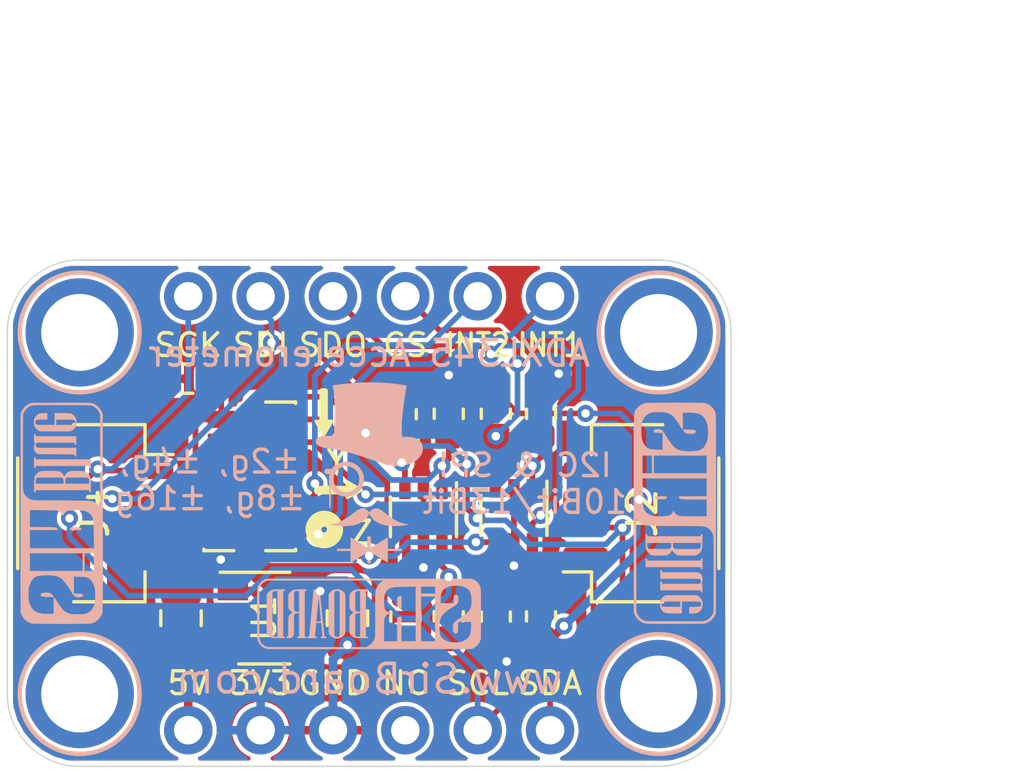
<source format=kicad_pcb>
(kicad_pcb (version 20171130) (host pcbnew "(5.1.2)-2")
  (title_block (title "ADXL345 Breakout with 5V Level Shift") (date 2020-01-21) (rev 2) (company SirBoard) (comment 1 "Digital 10bit/13 bit I2C/SPI Accelerometer") (comment 2 "Accelerometer: ±2g, ±4g, ±8g, ±16g") (comment 3 "ADXL345 - SirBlue"))
  (layers (0 F.Cu signal) (31 B.Cu signal) (34 B.Paste user hide) (35 F.Paste user hide) (36 B.SilkS user) (37 F.SilkS user) (38 B.Mask user hide) (39 F.Mask user hide) (44 Edge.Cuts user))
  (net 0 "")
  (net 1 GND)
  (net 2 5V)
  (net 3 3V3)
  (net 4 "Net-(U1-Pad4)")
  (net 5 INT1)
  (net 6 SCL_5V)
  (net 7 SDA_3V3)
  (net 8 SDA_5V)
  (net 9 SCL_3V3)
  (net 10 CS_5V)
  (net 11 CS_3V3)
  (net 12 NC)
  (net 13 SDO_5V)
  (net 14 SDO_3V3)
  (net 15 INT2)
  (net 16 "Net-(U2-Pad10)")
  (module Capacitor_SMD:C_0603_1608Metric (layer F.Cu) (at 58.928 31.242 180)
    (fp_text reference C2 hide)
    (fp_text value 100nF)
    (pad 2 smd roundrect (at 0.7875 0 180) (size 0.875 0.95) (layers F.Cu F.Paste F.Mask) (net 1 GND))
    (pad 1 smd roundrect (at -0.7875 0 180) (size 0.875 0.95) (layers F.Cu F.Paste F.Mask) (net 3 3V3))
  )
  (module Package_LGA:LGA-14_3x5mm_P0.8mm_LayoutBorder1x6y (layer F.Cu) (at 61.087 34.671)
    (fp_text reference U2 hide)
    (fp_text value ADXL345)
    (pad 14 smd rect (at 0 -2) (size 0.6 0.95) (layers F.Cu F.Paste F.Mask) (net 9 SCL_3V3))
    (pad 13 smd rect (at 1 -2) (size 0.95 0.6) (layers F.Cu F.Paste F.Mask) (net 7 SDA_3V3))
    (pad 12 smd rect (at 1 -1.2) (size 0.95 0.6) (layers F.Cu F.Paste F.Mask) (net 14 SDO_3V3))
    (pad 11 smd rect (at 1 -0.4) (size 0.95 0.6) (layers F.Cu F.Paste F.Mask) (net 1 GND))
    (pad 10 smd rect (at 1 0.4) (size 0.95 0.6) (layers F.Cu F.Paste F.Mask) (net 16 "Net-(U2-Pad10)"))
    (pad 9 smd rect (at 1 1.2) (size 0.95 0.6) (layers F.Cu F.Paste F.Mask) (net 15 INT2))
    (pad 8 smd rect (at 1 2) (size 0.95 0.6) (layers F.Cu F.Paste F.Mask) (net 5 INT1))
    (pad 7 smd rect (at 0 2) (size 0.6 0.95) (layers F.Cu F.Paste F.Mask) (net 11 CS_3V3))
    (pad 6 smd rect (at -1 2) (size 0.95 0.6) (layers F.Cu F.Paste F.Mask) (net 3 3V3))
    (pad 5 smd rect (at -1 1.2) (size 0.95 0.6) (layers F.Cu F.Paste F.Mask) (net 1 GND))
    (pad 4 smd rect (at -1 0.4) (size 0.95 0.6) (layers F.Cu F.Paste F.Mask) (net 1 GND))
    (pad 3 smd rect (at -1 -0.4) (size 0.95 0.6) (layers F.Cu F.Paste F.Mask) (net 3 3V3))
    (pad 2 smd rect (at -1 -1.2) (size 0.95 0.6) (layers F.Cu F.Paste F.Mask) (net 1 GND))
    (pad 1 smd rect (at -1 -2) (size 0.95 0.6) (layers F.Cu F.Paste F.Mask) (net 3 3V3))
  )
  (module logo:SirBoard79x25 (layer B.Cu) (at 65.278 39.497 180)
    (fp_text reference G*** hide)
    (fp_text value LOGO hide)
  )
  (module logo:logo63x89 (layer B.Cu) (at 65.278 34.544 180)
    (fp_text reference G*** hide)
    (fp_text value LOGO hide)
  )
  (module logo:SirBlue78x29 (layer B.Cu) (at 76.0095 35.9664 270)
    (fp_text reference G*** hide)
    (fp_text value LOGO hide)
  )
  (module logo:SirBlue78x29 (layer B.Cu) (at 54.483 35.9664 90)
    (fp_text reference G*** hide)
    (fp_text value LOGO hide)
  )
  (module Connector_PinHeader_2.54mm:PinHeader_1x06_P2.54mm_Vertical (layer B.Cu) (at 58.928 28.3464 270)
    (fp_text reference J3 hide)
    (fp_text value Conn_01x06)
    (pad 1 thru_hole circle (at 0 0 270) (size 1.7 1.7) (drill 1) (layers *.Cu *.Mask) (net 6 SCL_5V))
    (pad 2 thru_hole oval (at 0 -2.54 270) (size 1.7 1.7) (drill 1) (layers *.Cu *.Mask) (net 8 SDA_5V))
    (pad 3 thru_hole oval (at 0 -5.08 270) (size 1.7 1.7) (drill 1) (layers *.Cu *.Mask) (net 13 SDO_5V))
    (pad 4 thru_hole oval (at 0 -7.62 270) (size 1.7 1.7) (drill 1) (layers *.Cu *.Mask) (net 10 CS_5V))
    (pad 5 thru_hole oval (at 0 -10.16 270) (size 1.7 1.7) (drill 1) (layers *.Cu *.Mask) (net 15 INT2))
    (pad 6 thru_hole oval (at 0 -12.7 270) (size 1.7 1.7) (drill 1) (layers *.Cu *.Mask) (net 5 INT1))
  )
  (module Connector_PinHeader_2.54mm:PinHeader_1x06_P2.54mm_Vertical (layer B.Cu) (at 58.928 43.5864 270)
    (fp_text reference J1 hide)
    (fp_text value Conn_01x06)
    (pad 6 thru_hole oval (at 0 -12.7 270) (size 1.7 1.7) (drill 1) (layers *.Cu *.Mask) (net 8 SDA_5V))
    (pad 5 thru_hole oval (at 0 -10.16 270) (size 1.7 1.7) (drill 1) (layers *.Cu *.Mask) (net 6 SCL_5V))
    (pad 4 thru_hole oval (at 0 -7.62 270) (size 1.7 1.7) (drill 1) (layers *.Cu *.Mask) (net 12 NC))
    (pad 3 thru_hole oval (at 0 -5.08 270) (size 1.7 1.7) (drill 1) (layers *.Cu *.Mask) (net 1 GND))
    (pad 2 thru_hole oval (at 0 -2.54 270) (size 1.7 1.7) (drill 1) (layers *.Cu *.Mask) (net 3 3V3))
    (pad 1 thru_hole circle (at 0 0 270) (size 1.7 1.7) (drill 1) (layers *.Cu *.Mask) (net 2 5V))
  )
  (module Package_TO_SOT_SMD:SOT-23-5 (layer F.Cu) (at 61.595 39.6494)
    (fp_text reference U1 (at 0 0 90) (layer F.SilkS) (effects (font (size 0.8 0.8) (thickness 0.12))))
    (fp_text value AP2127K-3.3)
    (pad 5 smd rect (at 1.1 -0.95) (size 1.06 0.65) (layers F.Cu F.Paste F.Mask) (net 3 3V3))
    (pad 4 smd rect (at 1.1 0.95) (size 1.06 0.65) (layers F.Cu F.Paste F.Mask) (net 4 "Net-(U1-Pad4)"))
    (pad 3 smd rect (at -1.1 0.95) (size 1.06 0.65) (layers F.Cu F.Paste F.Mask) (net 2 5V))
    (pad 2 smd rect (at -1.1 0) (size 1.06 0.65) (layers F.Cu F.Paste F.Mask) (net 1 GND))
    (pad 1 smd rect (at -1.1 -0.95) (size 1.06 0.65) (layers F.Cu F.Paste F.Mask) (net 2 5V))
  )
  (module Connector_JST:JST_SH_SM04B-SRSS-TB_1x04-1MP_P1.00mm_Horizontal (layer F.Cu) (at 55.626 35.9664 270)
    (fp_text reference J4 (at 0 0 270) (layer F.SilkS))
    (fp_text value Conn_01x04)
    (pad 1 smd roundrect (at -1.5 -2 270) (size 0.6 1.55) (layers F.Cu F.Paste F.Mask) (net 6 SCL_5V))
    (pad 2 smd roundrect (at -0.5 -2 270) (size 0.6 1.55) (layers F.Cu F.Paste F.Mask) (net 8 SDA_5V))
    (pad 3 smd roundrect (at 0.5 -2 270) (size 0.6 1.55) (layers F.Cu F.Paste F.Mask) (net 2 5V))
    (pad 4 smd roundrect (at 1.5 -2 270) (size 0.6 1.55) (layers F.Cu F.Paste F.Mask) (net 1 GND))
    (pad MP smd roundrect (at -2.8 1.875 270) (size 1.2 1.8) (layers F.Cu F.Paste F.Mask) (roundrect_rratio 0.208333))
    (pad MP smd roundrect (at 2.8 1.875 270) (size 1.2 1.8) (layers F.Cu F.Paste F.Mask) (roundrect_rratio 0.208333))
  )
  (module Connector_JST:JST_SH_SM04B-SRSS-TB_1x04-1MP_P1.00mm_Horizontal (layer F.Cu) (at 74.8665 35.9664 90)
    (fp_text reference J2 (at 0 0 90) (layer F.SilkS))
    (fp_text value Conn_01x04)
    (pad 1 smd roundrect (at -1.5 -2 90) (size 0.6 1.55) (layers F.Cu F.Paste F.Mask) (net 6 SCL_5V))
    (pad 2 smd roundrect (at -0.5 -2 90) (size 0.6 1.55) (layers F.Cu F.Paste F.Mask) (net 8 SDA_5V))
    (pad 3 smd roundrect (at 0.5 -2 90) (size 0.6 1.55) (layers F.Cu F.Paste F.Mask) (net 2 5V))
    (pad 4 smd roundrect (at 1.5 -2 90) (size 0.6 1.55) (layers F.Cu F.Paste F.Mask) (net 1 GND))
    (pad MP smd roundrect (at -2.8 1.875 90) (size 1.2 1.8) (layers F.Cu F.Paste F.Mask) (roundrect_rratio 0.208333))
    (pad MP smd roundrect (at 2.8 1.875 90) (size 1.2 1.8) (layers F.Cu F.Paste F.Mask) (roundrect_rratio 0.208333))
  )
  (module Capacitor_SMD:C_0805_2012Metric (layer F.Cu) (at 64.516 39.6494 270)
    (fp_text reference C4 hide)
    (fp_text value 10uF)
    (pad 2 smd roundrect (at 0.9375 0 270) (size 0.975 1.4) (layers F.Cu F.Paste F.Mask) (net 1 GND))
    (pad 1 smd roundrect (at -0.9375 0 270) (size 0.975 1.4) (layers F.Cu F.Paste F.Mask) (net 3 3V3))
  )
  (module Capacitor_SMD:C_0805_2012Metric (layer F.Cu) (at 58.674 39.6494 90)
    (fp_text reference C1 hide)
    (fp_text value 10uF)
    (pad 2 smd roundrect (at 0.9375 0 90) (size 0.975 1.4) (layers F.Cu F.Paste F.Mask) (net 1 GND))
    (pad 1 smd roundrect (at -0.9375 0 90) (size 0.975 1.4) (layers F.Cu F.Paste F.Mask) (net 2 5V))
  )
  (module SirBoardLibrary:MountingHole_M2.5_SirBoard (layer F.Cu) (at 55.118 42.3164 270)
    (fp_text reference H1 hide)
    (fp_text value MountingHole)
    (pad 1 thru_hole circle (at 0 0 270) (size 3.8 3.8) (drill 2.7) (layers *.Cu *.Mask))
  )
  (module SirBoardLibrary:MountingHole_M2.5_SirBoard (layer F.Cu) (at 55.118 29.6164 270)
    (fp_text reference H2 hide)
    (fp_text value MountingHole)
    (pad 1 thru_hole circle (at 0 0 270) (size 3.8 3.8) (drill 2.7) (layers *.Cu *.Mask))
  )
  (module SirBoardLibrary:MountingHole_M2.5_SirBoard (layer F.Cu) (at 75.438 42.3164 90)
    (fp_text reference H3 hide)
    (fp_text value MountingHole)
    (pad 1 thru_hole circle (at 0 0 90) (size 3.8 3.8) (drill 2.7) (layers *.Cu *.Mask))
  )
  (module SirBoardLibrary:MountingHole_M2.5_SirBoard (layer F.Cu) (at 75.438 29.6164 90)
    (fp_text reference H4 hide)
    (fp_text value MountingHole)
    (pad 1 thru_hole circle (at 0 0 90) (size 3.8 3.8) (drill 2.7) (layers *.Cu *.Mask))
  )
  (module Resistor_SMD:R_0603_1608Metric (layer F.Cu) (at 66.421 32.4866 270)
    (fp_text reference R8 hide)
    (fp_text value 10K)
    (pad 2 smd roundrect (at 0.7875 0 270) (size 0.875 0.95) (layers F.Cu F.Paste F.Mask) (net 8 SDA_5V))
    (pad 1 smd roundrect (at -0.7875 0 270) (size 0.875 0.95) (layers F.Cu F.Paste F.Mask) (net 2 5V))
  )
  (module Resistor_SMD:R_0603_1608Metric (layer F.Cu) (at 66.548 39.5986 270)
    (fp_text reference R7 hide)
    (fp_text value 10K)
    (pad 2 smd roundrect (at 0.7875 0 270) (size 0.875 0.95) (layers F.Cu F.Paste F.Mask) (net 3 3V3))
    (pad 1 smd roundrect (at -0.7875 0 270) (size 0.875 0.95) (layers F.Cu F.Paste F.Mask) (net 7 SDA_3V3))
  )
  (module Resistor_SMD:R_0603_1608Metric (layer F.Cu) (at 68.072 39.5859 90)
    (fp_text reference R6 hide)
    (fp_text value 10K)
    (pad 2 smd roundrect (at 0.7875 0 90) (size 0.875 0.95) (layers F.Cu F.Paste F.Mask) (net 6 SCL_5V))
    (pad 1 smd roundrect (at -0.7875 0 90) (size 0.875 0.95) (layers F.Cu F.Paste F.Mask) (net 2 5V))
  )
  (module Resistor_SMD:R_0603_1608Metric (layer F.Cu) (at 68.072 32.4739 90)
    (fp_text reference R5 hide)
    (fp_text value 10K)
    (pad 2 smd roundrect (at 0.7875 0 90) (size 0.875 0.95) (layers F.Cu F.Paste F.Mask) (net 3 3V3))
    (pad 1 smd roundrect (at -0.7875 0 90) (size 0.875 0.95) (layers F.Cu F.Paste F.Mask) (net 9 SCL_3V3))
  )
  (module Resistor_SMD:R_0603_1608Metric (layer F.Cu) (at 69.723 32.4739 270)
    (fp_text reference R4 hide)
    (fp_text value 10K)
    (pad 2 smd roundrect (at 0.7875 0 270) (size 0.875 0.95) (layers F.Cu F.Paste F.Mask) (net 10 CS_5V))
    (pad 1 smd roundrect (at -0.7875 0 270) (size 0.875 0.95) (layers F.Cu F.Paste F.Mask) (net 2 5V))
  )
  (module Resistor_SMD:R_0603_1608Metric (layer F.Cu) (at 69.723 39.5986 270)
    (fp_text reference R3 hide)
    (fp_text value 10K)
    (pad 2 smd roundrect (at 0.7875 0 270) (size 0.875 0.95) (layers F.Cu F.Paste F.Mask) (net 3 3V3))
    (pad 1 smd roundrect (at -0.7875 0 270) (size 0.875 0.95) (layers F.Cu F.Paste F.Mask) (net 11 CS_3V3))
  )
  (module Resistor_SMD:R_0603_1608Metric (layer F.Cu) (at 71.3105 39.5859 90)
    (fp_text reference R2 hide)
    (fp_text value 10K)
    (pad 2 smd roundrect (at 0.7875 0 90) (size 0.875 0.95) (layers F.Cu F.Paste F.Mask) (net 13 SDO_5V))
    (pad 1 smd roundrect (at -0.7875 0 90) (size 0.875 0.95) (layers F.Cu F.Paste F.Mask) (net 2 5V))
  )
  (module Resistor_SMD:R_0603_1608Metric (layer F.Cu) (at 71.3105 32.4739 90)
    (fp_text reference R1 hide)
    (fp_text value 10K)
    (pad 2 smd roundrect (at 0.7875 0 90) (size 0.875 0.95) (layers F.Cu F.Paste F.Mask) (net 3 3V3))
    (pad 1 smd roundrect (at -0.7875 0 90) (size 0.875 0.95) (layers F.Cu F.Paste F.Mask) (net 14 SDO_3V3))
  )
  (module Package_TO_SOT_SMD:SOT-363_SC-70-6 (layer F.Cu) (at 67.183 36.0934 270)
    (fp_text reference Q2 hide)
    (fp_text value BSS138DW)
    (pad 6 smd rect (at 0.95 -0.65 270) (size 0.65 0.4) (layers F.Cu F.Paste F.Mask) (net 6 SCL_5V))
    (pad 4 smd rect (at 0.95 0.65 270) (size 0.65 0.4) (layers F.Cu F.Paste F.Mask) (net 7 SDA_3V3))
    (pad 2 smd rect (at -0.95 0 270) (size 0.65 0.4) (layers F.Cu F.Paste F.Mask) (net 3 3V3))
    (pad 5 smd rect (at 0.95 0 270) (size 0.65 0.4) (layers F.Cu F.Paste F.Mask) (net 3 3V3))
    (pad 3 smd rect (at -0.95 0.65 270) (size 0.65 0.4) (layers F.Cu F.Paste F.Mask) (net 8 SDA_5V))
    (pad 1 smd rect (at -0.95 -0.65 270) (size 0.65 0.4) (layers F.Cu F.Paste F.Mask) (net 9 SCL_3V3))
  )
  (module Package_TO_SOT_SMD:SOT-363_SC-70-6 (layer F.Cu) (at 70.358 36.0426 270)
    (fp_text reference Q1 hide)
    (fp_text value BSS138DW)
    (pad 6 smd rect (at 0.95 -0.65 270) (size 0.65 0.4) (layers F.Cu F.Paste F.Mask) (net 13 SDO_5V))
    (pad 4 smd rect (at 0.95 0.65 270) (size 0.65 0.4) (layers F.Cu F.Paste F.Mask) (net 11 CS_3V3))
    (pad 2 smd rect (at -0.95 0 270) (size 0.65 0.4) (layers F.Cu F.Paste F.Mask) (net 3 3V3))
    (pad 5 smd rect (at 0.95 0 270) (size 0.65 0.4) (layers F.Cu F.Paste F.Mask) (net 3 3V3))
    (pad 3 smd rect (at -0.95 0.65 270) (size 0.65 0.4) (layers F.Cu F.Paste F.Mask) (net 10 CS_5V))
    (pad 1 smd rect (at -0.95 -0.65 270) (size 0.65 0.4) (layers F.Cu F.Paste F.Mask) (net 14 SDO_3V3))
  )
  (gr_line (start 64.9986 35.1536) (end 64.516 35.4076) (layer F.SilkS) (width 0.12))
  (gr_line (start 64.9986 35.1536) (end 64.516 34.8742) (layer F.SilkS) (width 0.12))
  (gr_line (start 63.4492 35.2044) (end 64.8208 35.2044) (layer F.SilkS) (width 0.2))
  (gr_line (start 63.4492 35.1028) (end 64.8208 35.1028) (layer F.SilkS) (width 0.2))
  (gr_line (start 63.4492 35.1536) (end 64.8208 35.1536) (layer F.SilkS) (width 0.2))
  (gr_line (start 64.516 34.8742) (end 64.516 35.4076) (layer F.SilkS) (width 0.12))
  (gr_line (start 64.5922 34.9504) (end 64.5922 35.3314) (layer F.SilkS) (width 0.12))
  (gr_line (start 63.881 32.8168) (end 63.5 32.8168) (layer F.SilkS) (width 0.12))
  (gr_line (start 63.9572 32.7406) (end 63.4238 32.7406) (layer F.SilkS) (width 0.12))
  (gr_line (start 63.6778 31.6738) (end 63.6778 33.0454) (layer F.SilkS) (width 0.2))
  (gr_line (start 63.7286 31.6738) (end 63.7286 33.0454) (layer F.SilkS) (width 0.2))
  (gr_line (start 63.627 31.6738) (end 63.627 33.0454) (layer F.SilkS) (width 0.2))
  (gr_line (start 63.6778 33.2232) (end 63.9572 32.7406) (layer F.SilkS) (width 0.12))
  (gr_line (start 63.6778 33.2232) (end 63.4238 32.7406) (layer F.SilkS) (width 0.12))
  (gr_circle (center 63.7032 36.5379) (end 64.262 36.5379) (layer F.SilkS) (width 0.2))
  (gr_circle (center 63.7032 36.5379) (end 63.8032 36.5379) (layer F.SilkS) (width 0.4))
  (gr_text X (at 64.77 32.385) (layer F.SilkS) (effects (font (size 0.8 0.8) (thickness 0.13))))
  (gr_text Z (at 65.0113 36.576 180) (layer F.SilkS) (effects (font (size 0.8 0.8) (thickness 0.13))))
  (gr_text Y (at 64.135 34.163) (layer F.SilkS) (effects (font (size 0.8 0.8) (thickness 0.13))))
  (gr_text "±2g, ±4g,\n±8g, ±16g" (at 59.69 34.798) (layer B.SilkS) (effects (font (size 0.8 0.8) (thickness 0.12)) (justify mirror)))
  (gr_text "ADXL345 Accelerometer" (at 65.278 30.353) (layer B.SilkS) (effects (font (size 0.9 0.87) (thickness 0.13)) (justify mirror)))
  (gr_text "I2C & SPI\n10Bit/13Bit" (at 70.739 34.925) (layer B.SilkS) (effects (font (size 0.8 0.8) (thickness 0.12)) (justify mirror)))
  (gr_text INT1 (at 71.628 30.0609) (layer F.SilkS) (effects (font (size 0.8 0.7) (thickness 0.12))))
  (gr_text INT2 (at 69.088 30.0609) (layer F.SilkS) (effects (font (size 0.8 0.7) (thickness 0.12))))
  (gr_text SCK (at 58.928 30.0609) (layer F.SilkS) (effects (font (size 0.8 0.8) (thickness 0.12))))
  (gr_text SDI (at 61.468 30.0609) (layer F.SilkS) (effects (font (size 0.8 0.8) (thickness 0.12))))
  (gr_text SDO (at 64.008 30.0609) (layer F.SilkS) (effects (font (size 0.8 0.8) (thickness 0.12))))
  (gr_text CS (at 66.548 30.0609) (layer F.SilkS) (effects (font (size 0.8 0.8) (thickness 0.12))))
  (gr_text 5V (at 58.928 41.9354) (layer F.SilkS) (effects (font (size 0.8 0.8) (thickness 0.12))))
  (gr_text 3V3 (at 61.468 41.9354) (layer F.SilkS) (effects (font (size 0.8 0.8) (thickness 0.12))))
  (gr_text GND (at 64.008 41.9354) (layer F.SilkS) (effects (font (size 0.8 0.8) (thickness 0.12))))
  (gr_text NC (at 66.548 41.9354) (layer F.SilkS) (effects (font (size 0.8 0.8) (thickness 0.12))))
  (gr_text SCL (at 69.088 41.9354) (layer F.SilkS) (effects (font (size 0.8 0.8) (thickness 0.12))))
  (gr_text SDA (at 71.628 41.9354) (layer F.SilkS) (effects (font (size 0.8 0.8) (thickness 0.12))))
  (gr_arc (start 55.118 29.6164) (end 55.118 27.0764) (angle -90) (layer Edge.Cuts) (width 0.05))
  (gr_arc (start 75.438 29.6164) (end 77.978 29.6164) (angle -90) (layer Edge.Cuts) (width 0.05))
  (gr_arc (start 75.438 42.3164) (end 75.438 44.8564) (angle -90) (layer Edge.Cuts) (width 0.05))
  (gr_arc (start 55.118 42.3164) (end 52.578 42.3164) (angle -90) (layer Edge.Cuts) (width 0.05))
  (gr_line (start 52.578 42.3164) (end 52.578 29.6164) (layer Edge.Cuts) (width 0.05))
  (gr_line (start 55.118 27.0764) (end 75.438 27.0764) (layer Edge.Cuts) (width 0.05))
  (gr_line (start 77.978 29.6164) (end 77.978 42.3164) (layer Edge.Cuts) (width 0.05))
  (gr_line (start 75.438 44.8564) (end 55.118 44.8564) (layer Edge.Cuts) (width 0.05))
  (gr_text www.SirBoard.com (at 65.278 41.783) (layer B.SilkS) (effects (font (size 1 1) (thickness 0.13)) (justify mirror)))
  (via (at 64.516 40.5892) (size 0.6) (drill 0.3) (layers F.Cu B.Cu) (net 1))
  (segment (start 64.008 41.0972) (end 64.516 40.5892) (width 0.3) (layer B.Cu) (net 1))
  (segment (start 64.008 43.5864) (end 64.008 41.0972) (width 0.3) (layer B.Cu) (net 1))
  (segment (start 60.087 35.071) (end 60.087 35.871) (width 0.2) (layer F.Cu) (net 1))
  (segment (start 60.762 35.071) (end 60.087 35.071) (width 0.2) (layer F.Cu) (net 1))
  (segment (start 61.087 34.746) (end 60.762 35.071) (width 0.2) (layer F.Cu) (net 1))
  (segment (start 60.087 33.471) (end 60.762 33.471) (width 0.2) (layer F.Cu) (net 1))
  (segment (start 60.762 33.471) (end 61.087 33.796) (width 0.2) (layer F.Cu) (net 1))
  (segment (start 61.106 34.271) (end 61.087 34.29) (width 0.2) (layer F.Cu) (net 1))
  (segment (start 62.087 34.271) (end 61.106 34.271) (width 0.2) (layer F.Cu) (net 1))
  (segment (start 61.087 33.796) (end 61.087 34.29) (width 0.2) (layer F.Cu) (net 1))
  (segment (start 61.087 34.29) (end 61.087 34.746) (width 0.2) (layer F.Cu) (net 1))
  (segment (start 58.674 40.5869) (end 58.674 41.7449) (width 0.3) (layer F.Cu) (net 2))
  (segment (start 58.928 41.9989) (end 58.928 43.5864) (width 0.3) (layer F.Cu) (net 2))
  (segment (start 58.674 41.7449) (end 58.928 41.9989) (width 0.3) (layer F.Cu) (net 2))
  (segment (start 58.6865 40.5994) (end 58.674 40.5869) (width 0.3) (layer F.Cu) (net 2))
  (segment (start 60.495 40.5994) (end 58.6865 40.5994) (width 0.3) (layer F.Cu) (net 2))
  (segment (start 61.2165 40.5994) (end 60.495 40.5994) (width 0.3) (layer F.Cu) (net 2))
  (segment (start 61.468 40.3479) (end 61.2165 40.5994) (width 0.3) (layer F.Cu) (net 2))
  (segment (start 61.468 38.9509) (end 61.468 40.3479) (width 0.3) (layer F.Cu) (net 2))
  (segment (start 60.495 38.6994) (end 61.2165 38.6994) (width 0.3) (layer F.Cu) (net 2))
  (segment (start 61.2165 38.6994) (end 61.468 38.9509) (width 0.3) (layer F.Cu) (net 2))
  (segment (start 70.848888 39.911788) (end 71.3105 40.3734) (width 0.2) (layer F.Cu) (net 2))
  (segment (start 70.523 39.5859) (end 70.848888 39.911788) (width 0.2) (layer F.Cu) (net 2))
  (segment (start 68.072 40.3734) (end 68.8595 39.5859) (width 0.2) (layer F.Cu) (net 2))
  (segment (start 68.8595 39.5859) (end 70.523 39.5859) (width 0.2) (layer F.Cu) (net 2))
  (segment (start 69.261388 32.148012) (end 69.723 31.6864) (width 0.2) (layer F.Cu) (net 2))
  (segment (start 68.9355 32.4739) (end 69.261388 32.148012) (width 0.2) (layer F.Cu) (net 2))
  (segment (start 66.421 31.6991) (end 67.1958 32.4739) (width 0.2) (layer F.Cu) (net 2))
  (segment (start 67.1958 32.4739) (end 68.9355 32.4739) (width 0.2) (layer F.Cu) (net 2))
  (segment (start 68.072 40.3734) (end 66.637 41.8084) (width 0.3) (layer F.Cu) (net 2))
  (segment (start 66.637 41.8084) (end 60.96 41.8084) (width 0.3) (layer F.Cu) (net 2))
  (segment (start 60.495 41.3434) (end 60.495 40.5994) (width 0.3) (layer F.Cu) (net 2))
  (segment (start 60.96 41.8084) (end 60.495 41.3434) (width 0.3) (layer F.Cu) (net 2))
  (via (at 72.1106 39.9288) (size 0.6) (drill 0.3) (layers F.Cu B.Cu) (net 2))
  (segment (start 71.3105 40.3734) (end 71.666 40.3734) (width 0.3) (layer F.Cu) (net 2))
  (segment (start 71.666 40.3734) (end 72.1106 39.9288) (width 0.3) (layer F.Cu) (net 2))
  (segment (start 72.1106 39.9288) (end 75.1078 36.9316) (width 0.3) (layer B.Cu) (net 2))
  (via (at 74.7522 35.4838) (size 0.6) (drill 0.3) (layers F.Cu B.Cu) (net 2))
  (segment (start 75.1078 36.9316) (end 75.1078 35.8394) (width 0.3) (layer B.Cu) (net 2))
  (segment (start 75.1078 35.8394) (end 74.7522 35.4838) (width 0.3) (layer B.Cu) (net 2))
  (segment (start 72.8839 35.4838) (end 72.8665 35.4664) (width 0.3) (layer F.Cu) (net 2))
  (segment (start 74.7522 35.4838) (end 72.8839 35.4838) (width 0.3) (layer F.Cu) (net 2))
  (segment (start 70.4978 32.4612) (end 72.8726 32.4612) (width 0.2) (layer F.Cu) (net 2))
  (segment (start 69.723 31.6864) (end 70.4978 32.4612) (width 0.2) (layer F.Cu) (net 2))
  (via (at 72.8726 32.4612) (size 0.6) (drill 0.3) (layers F.Cu B.Cu) (net 2))
  (segment (start 74.7522 33.1216) (end 74.7522 35.4838) (width 0.2) (layer B.Cu) (net 2))
  (segment (start 72.8726 32.4612) (end 74.0918 32.4612) (width 0.2) (layer B.Cu) (net 2))
  (segment (start 74.0918 32.4612) (end 74.7522 33.1216) (width 0.2) (layer B.Cu) (net 2))
  (segment (start 57.5541 40.5869) (end 58.674 40.5869) (width 0.3) (layer F.Cu) (net 2))
  (segment (start 55.7784 38.8112) (end 57.5541 40.5869) (width 0.3) (layer F.Cu) (net 2))
  (segment (start 55.7784 37.0586) (end 55.7784 38.8112) (width 0.3) (layer F.Cu) (net 2))
  (segment (start 57.626 36.4664) (end 56.3706 36.4664) (width 0.3) (layer F.Cu) (net 2))
  (segment (start 56.3706 36.4664) (end 55.7784 37.0586) (width 0.3) (layer F.Cu) (net 2))
  (segment (start 64.5035 38.6994) (end 64.516 38.7119) (width 0.3) (layer F.Cu) (net 3))
  (segment (start 62.695 38.6994) (end 63.561 38.6994) (width 0.3) (layer F.Cu) (net 3))
  (segment (start 63.561 38.6994) (end 64.5035 38.6994) (width 0.3) (layer F.Cu) (net 3))
  (via (at 63.561 38.6994) (size 0.6) (drill 0.3) (layers F.Cu B.Cu) (net 3))
  (segment (start 66.1902 40.3861) (end 66.548 40.3861) (width 0.2) (layer F.Cu) (net 3))
  (segment (start 64.516 38.7119) (end 66.1902 40.3861) (width 0.2) (layer F.Cu) (net 3))
  (segment (start 67.183 37.0434) (end 67.183 35.1434) (width 0.2) (layer F.Cu) (net 3))
  (segment (start 70.358 35.0926) (end 70.358 36.9926) (width 0.2) (layer F.Cu) (net 3))
  (via (at 67.183 37.8714) (size 0.6) (drill 0.3) (layers F.Cu B.Cu) (net 3))
  (segment (start 67.183 37.0434) (end 67.183 37.8714) (width 0.2) (layer F.Cu) (net 3))
  (via (at 70.358 37.8079) (size 0.6) (drill 0.3) (layers F.Cu B.Cu) (net 3))
  (segment (start 70.358 36.9926) (end 70.358 37.8079) (width 0.2) (layer F.Cu) (net 3))
  (via (at 70.104 41.1734) (size 0.6) (drill 0.3) (layers F.Cu B.Cu) (net 3))
  (segment (start 69.723 40.3861) (end 69.723 40.7924) (width 0.2) (layer F.Cu) (net 3))
  (segment (start 69.723 40.7924) (end 70.104 41.1734) (width 0.2) (layer F.Cu) (net 3))
  (via (at 71.9328 31.0642) (size 0.6) (drill 0.3) (layers F.Cu B.Cu) (net 3))
  (segment (start 71.3105 31.6864) (end 71.3106 31.6864) (width 0.3) (layer F.Cu) (net 3))
  (segment (start 71.3106 31.6864) (end 71.9328 31.0642) (width 0.3) (layer F.Cu) (net 3))
  (segment (start 60.087 31.6135) (end 59.7155 31.242) (width 0.2) (layer F.Cu) (net 3))
  (segment (start 60.087 32.671) (end 60.087 31.6135) (width 0.2) (layer F.Cu) (net 3))
  (segment (start 59.182 34.041) (end 59.412 34.271) (width 0.2) (layer F.Cu) (net 3))
  (segment (start 59.182 32.901) (end 59.182 34.041) (width 0.2) (layer F.Cu) (net 3))
  (segment (start 60.087 32.671) (end 59.412 32.671) (width 0.2) (layer F.Cu) (net 3))
  (segment (start 59.412 32.671) (end 59.182 32.901) (width 0.2) (layer F.Cu) (net 3))
  (segment (start 59.412 34.271) (end 60.087 34.271) (width 0.2) (layer F.Cu) (net 3))
  (segment (start 59.182 34.501) (end 59.412 34.271) (width 0.2) (layer F.Cu) (net 3))
  (segment (start 59.182 36.441) (end 59.182 34.501) (width 0.2) (layer F.Cu) (net 3))
  (segment (start 60.087 36.671) (end 59.412 36.671) (width 0.2) (layer F.Cu) (net 3))
  (segment (start 59.412 36.671) (end 59.182 36.441) (width 0.2) (layer F.Cu) (net 3))
  (via (at 60.071 37.592) (size 0.6) (drill 0.3) (layers F.Cu B.Cu) (net 3))
  (segment (start 60.087 36.671) (end 60.087 37.576) (width 0.2) (layer F.Cu) (net 3))
  (segment (start 60.087 37.576) (end 60.071 37.592) (width 0.2) (layer F.Cu) (net 3))
  (segment (start 68.072 31.115004) (end 68.071996 31.115) (width 0.3) (layer F.Cu) (net 3))
  (segment (start 68.072 31.6864) (end 68.072 31.115004) (width 0.3) (layer F.Cu) (net 3))
  (via (at 68.071996 31.115) (size 0.6) (drill 0.3) (layers F.Cu B.Cu) (net 3))
  (via (at 63.5 36.703) (size 0.6) (drill 0.3) (layers F.Cu B.Cu) (net 5))
  (segment (start 62.119 36.703) (end 62.087 36.671) (width 0.2) (layer F.Cu) (net 5))
  (segment (start 63.5 36.703) (end 62.119 36.703) (width 0.2) (layer F.Cu) (net 5))
  (segment (start 67.419038 30.734) (end 65.532 30.734) (width 0.2) (layer B.Cu) (net 5))
  (segment (start 65.532 30.734) (end 64.262 32.004) (width 0.2) (layer B.Cu) (net 5))
  (segment (start 63.799999 36.403001) (end 63.5 36.703) (width 0.2) (layer B.Cu) (net 5))
  (segment (start 71.628 28.3464) (end 70.2564 29.718) (width 0.2) (layer B.Cu) (net 5))
  (segment (start 68.435038 29.718) (end 67.419038 30.734) (width 0.2) (layer B.Cu) (net 5))
  (segment (start 70.2564 29.718) (end 68.435038 29.718) (width 0.2) (layer B.Cu) (net 5))
  (segment (start 64.262 32.004) (end 64.262 35.941) (width 0.2) (layer B.Cu) (net 5))
  (segment (start 64.262 35.941) (end 63.799999 36.403001) (width 0.2) (layer B.Cu) (net 5))
  (segment (start 67.833 37.0434) (end 67.833 37.8229) (width 0.2) (layer F.Cu) (net 6))
  (segment (start 68.072 38.0619) (end 68.072 38.7984) (width 0.2) (layer F.Cu) (net 6))
  (segment (start 67.833 37.8229) (end 68.072 38.0619) (width 0.2) (layer F.Cu) (net 6))
  (via (at 68.072 38.2016) (size 0.6) (drill 0.3) (layers F.Cu B.Cu) (net 6))
  (segment (start 68.072 38.0619) (end 68.071994 38.061906) (width 0.2) (layer F.Cu) (net 6))
  (segment (start 70.9676 41.7068) (end 69.088 43.5864) (width 0.2) (layer F.Cu) (net 6))
  (segment (start 71.628 41.7068) (end 70.9676 41.7068) (width 0.2) (layer F.Cu) (net 6))
  (segment (start 73.152 40.1828) (end 71.628 41.7068) (width 0.2) (layer F.Cu) (net 6))
  (segment (start 72.8665 37.4664) (end 73.152 37.7519) (width 0.2) (layer F.Cu) (net 6))
  (segment (start 73.152 37.7519) (end 73.152 40.1828) (width 0.2) (layer F.Cu) (net 6))
  (via (at 54.7624 36.1442) (size 0.6) (drill 0.3) (layers F.Cu B.Cu) (net 6))
  (segment (start 54.7624 35.3822) (end 54.7624 36.1442) (width 0.2) (layer F.Cu) (net 6))
  (segment (start 57.626 34.4664) (end 55.6782 34.4664) (width 0.2) (layer F.Cu) (net 6))
  (segment (start 55.6782 34.4664) (end 54.7624 35.3822) (width 0.2) (layer F.Cu) (net 6))
  (segment (start 68.072 38.7984) (end 68.072 38.2016) (width 0.2) (layer B.Cu) (net 6))
  (segment (start 66.361641 39.657959) (end 67.212441 39.657959) (width 0.2) (layer B.Cu) (net 6))
  (segment (start 67.212441 39.657959) (end 68.072 38.7984) (width 0.2) (layer B.Cu) (net 6))
  (segment (start 67.216959 39.657959) (end 66.361641 39.657959) (width 0.2) (layer B.Cu) (net 6))
  (segment (start 69.088 43.5864) (end 69.088 41.529) (width 0.2) (layer B.Cu) (net 6))
  (segment (start 69.088 41.529) (end 67.216959 39.657959) (width 0.2) (layer B.Cu) (net 6))
  (via (at 55.753 34.417) (size 0.6) (drill 0.3) (layers F.Cu B.Cu) (net 6))
  (segment (start 56.261 34.417) (end 55.753 34.417) (width 0.2) (layer B.Cu) (net 6))
  (segment (start 58.928 28.3464) (end 58.928 31.75) (width 0.2) (layer B.Cu) (net 6))
  (segment (start 58.928 31.75) (end 56.261 34.417) (width 0.2) (layer B.Cu) (net 6))
  (segment (start 64.638581 37.9349) (end 66.361641 39.657959) (width 0.2) (layer B.Cu) (net 6))
  (segment (start 61.8871 37.9349) (end 64.638581 37.9349) (width 0.2) (layer B.Cu) (net 6))
  (segment (start 60.96 38.862) (end 61.8871 37.9349) (width 0.2) (layer B.Cu) (net 6))
  (segment (start 56.8198 38.862) (end 60.96 38.862) (width 0.2) (layer B.Cu) (net 6))
  (segment (start 54.7624 36.1442) (end 54.7624 36.8046) (width 0.2) (layer B.Cu) (net 6))
  (segment (start 54.7624 36.8046) (end 56.8198 38.862) (width 0.2) (layer B.Cu) (net 6))
  (segment (start 66.533 38.7961) (end 66.548 38.8111) (width 0.2) (layer F.Cu) (net 7))
  (segment (start 66.533 37.0434) (end 66.533 38.7961) (width 0.2) (layer F.Cu) (net 7))
  (segment (start 66.533 36.2689) (end 66.533 37.0434) (width 0.2) (layer F.Cu) (net 7))
  (segment (start 65.913 35.6489) (end 66.533 36.2689) (width 0.2) (layer F.Cu) (net 7))
  (segment (start 65.913 34.925) (end 65.913 35.6489) (width 0.2) (layer F.Cu) (net 7))
  (segment (start 62.087 32.671) (end 63.659 32.671) (width 0.2) (layer F.Cu) (net 7))
  (segment (start 63.659 32.671) (end 65.913 34.925) (width 0.2) (layer F.Cu) (net 7))
  (segment (start 66.421 33.2741) (end 66.421 34.1884) (width 0.2) (layer F.Cu) (net 8))
  (segment (start 66.533 34.3004) (end 66.533 35.1434) (width 0.2) (layer F.Cu) (net 8))
  (segment (start 66.421 34.1884) (end 66.533 34.3004) (width 0.2) (layer F.Cu) (net 8))
  (segment (start 66.421 34.1884) (end 66.421 34.1884) (width 0.2) (layer F.Cu) (net 8))
  (via (at 66.421 34.1884) (size 0.6) (drill 0.3) (layers F.Cu B.Cu) (net 8))
  (segment (start 66.421 34.1884) (end 67.0052 33.6042) (width 0.2) (layer B.Cu) (net 8))
  (via (at 68.707 34.2392) (size 0.6) (drill 0.3) (layers F.Cu B.Cu) (net 8))
  (segment (start 67.0052 33.6042) (end 68.072 33.6042) (width 0.2) (layer B.Cu) (net 8))
  (segment (start 68.072 33.6042) (end 68.707 34.2392) (width 0.2) (layer B.Cu) (net 8))
  (via (at 69.0626 36.1442) (size 0.6) (drill 0.3) (layers F.Cu B.Cu) (net 8))
  (via (at 74.168 36.4744) (size 0.6) (drill 0.3) (layers F.Cu B.Cu) (net 8))
  (segment (start 74.16 36.4664) (end 72.8665 36.4664) (width 0.2) (layer F.Cu) (net 8))
  (segment (start 74.168 36.4744) (end 74.16 36.4664) (width 0.2) (layer F.Cu) (net 8))
  (segment (start 73.5838 37.0586) (end 74.168 36.4744) (width 0.2) (layer B.Cu) (net 8))
  (segment (start 70.9168 37.0586) (end 73.5838 37.0586) (width 0.2) (layer B.Cu) (net 8))
  (segment (start 70.073799 36.215599) (end 70.9168 37.0586) (width 0.2) (layer B.Cu) (net 8))
  (segment (start 69.0626 36.1442) (end 69.133999 36.215599) (width 0.2) (layer B.Cu) (net 8))
  (segment (start 69.133999 36.215599) (end 70.073799 36.215599) (width 0.2) (layer B.Cu) (net 8))
  (segment (start 68.707 35.7886) (end 69.0626 36.1442) (width 0.2) (layer F.Cu) (net 8))
  (segment (start 68.707 34.2392) (end 68.707 35.7886) (width 0.2) (layer F.Cu) (net 8))
  (segment (start 74.168 39.637844) (end 74.168 36.4744) (width 0.2) (layer F.Cu) (net 8))
  (segment (start 71.628 43.5864) (end 71.628 42.177844) (width 0.2) (layer F.Cu) (net 8))
  (segment (start 71.628 42.177844) (end 74.168 39.637844) (width 0.2) (layer F.Cu) (net 8))
  (segment (start 57.626 35.4664) (end 56.269 35.4664) (width 0.2) (layer F.Cu) (net 8))
  (segment (start 56.269 35.4664) (end 56.261 35.4584) (width 0.2) (layer F.Cu) (net 8))
  (via (at 56.261 35.4584) (size 0.6) (drill 0.3) (layers F.Cu B.Cu) (net 8))
  (via (at 61.849 29.972) (size 0.6) (drill 0.3) (layers F.Cu B.Cu) (net 8))
  (segment (start 61.849 30.098996) (end 61.848996 30.099) (width 0.2) (layer B.Cu) (net 8))
  (segment (start 61.849 29.21) (end 61.849 30.098996) (width 0.2) (layer B.Cu) (net 8))
  (segment (start 61.468 28.3464) (end 61.468 28.829) (width 0.2) (layer B.Cu) (net 8))
  (segment (start 61.468 28.829) (end 61.849 29.21) (width 0.2) (layer B.Cu) (net 8))
  (segment (start 57.133532 35.4584) (end 56.261 35.4584) (width 0.2) (layer B.Cu) (net 8))
  (segment (start 61.849 30.742932) (end 57.133532 35.4584) (width 0.2) (layer B.Cu) (net 8))
  (segment (start 61.848996 30.099) (end 61.849 30.099004) (width 0.2) (layer B.Cu) (net 8))
  (segment (start 61.849 30.099004) (end 61.849 30.742932) (width 0.2) (layer B.Cu) (net 8))
  (segment (start 63.1189 29.972) (end 61.849 29.972) (width 0.2) (layer F.Cu) (net 8))
  (segment (start 66.421 33.2741) (end 63.1189 29.972) (width 0.2) (layer F.Cu) (net 8))
  (segment (start 68.072 33.2614) (end 68.072 34.0614) (width 0.2) (layer F.Cu) (net 9))
  (segment (start 67.833 34.3004) (end 67.833 35.1434) (width 0.2) (layer F.Cu) (net 9))
  (segment (start 68.072 34.0614) (end 67.833 34.3004) (width 0.2) (layer F.Cu) (net 9))
  (segment (start 67.833 34.3004) (end 67.833 34.3004) (width 0.2) (layer F.Cu) (net 9))
  (via (at 67.833 34.3004) (size 0.6) (drill 0.3) (layers F.Cu B.Cu) (net 9))
  (segment (start 61.087 31.996) (end 61.206 31.877) (width 0.2) (layer F.Cu) (net 9))
  (segment (start 61.087 32.671) (end 61.087 31.996) (width 0.2) (layer F.Cu) (net 9))
  (via (at 65.151 33.147) (size 0.6) (drill 0.3) (layers F.Cu B.Cu) (net 9))
  (segment (start 61.206 31.877) (end 63.881 31.877) (width 0.2) (layer F.Cu) (net 9))
  (segment (start 63.881 31.877) (end 65.151 33.147) (width 0.2) (layer F.Cu) (net 9))
  (segment (start 65.151 33.147) (end 65.151 33.909) (width 0.2) (layer B.Cu) (net 9))
  (segment (start 65.151 33.909) (end 66.04 34.798) (width 0.2) (layer B.Cu) (net 9))
  (segment (start 67.3354 34.798) (end 67.833 34.3004) (width 0.2) (layer B.Cu) (net 9))
  (segment (start 66.04 34.798) (end 67.3354 34.798) (width 0.2) (layer B.Cu) (net 9))
  (segment (start 69.723 35.0776) (end 69.708 35.0926) (width 0.2) (layer F.Cu) (net 10))
  (segment (start 69.723 33.2614) (end 69.723 35.0776) (width 0.2) (layer F.Cu) (net 10))
  (via (at 69.723 33.2614) (size 0.6) (drill 0.3) (layers F.Cu B.Cu) (net 10))
  (segment (start 70.485 30.7086) (end 70.485 32.4994) (width 0.2) (layer B.Cu) (net 10))
  (segment (start 70.485 32.4994) (end 69.723 33.2614) (width 0.2) (layer B.Cu) (net 10))
  (segment (start 70.485 30.2006) (end 70.485 30.7086) (width 0.2) (layer F.Cu) (net 10))
  (segment (start 69.8246 29.5402) (end 70.485 30.2006) (width 0.2) (layer F.Cu) (net 10))
  (segment (start 66.548 28.3464) (end 67.7418 29.5402) (width 0.2) (layer F.Cu) (net 10))
  (segment (start 67.7418 29.5402) (end 69.8246 29.5402) (width 0.2) (layer F.Cu) (net 10))
  (segment (start 70.485 30.7086) (end 70.485 30.7086) (width 0.2) (layer F.Cu) (net 10))
  (via (at 70.485 30.7086) (size 0.6) (drill 0.3) (layers F.Cu B.Cu) (net 10))
  (segment (start 69.708 38.7961) (end 69.723 38.8111) (width 0.2) (layer F.Cu) (net 11))
  (segment (start 69.708 36.9926) (end 69.708 38.7961) (width 0.2) (layer F.Cu) (net 11))
  (via (at 69.0245 36.9824) (size 0.6) (drill 0.3) (layers F.Cu B.Cu) (net 11))
  (segment (start 69.6978 36.9824) (end 69.708 36.9926) (width 0.2) (layer F.Cu) (net 11))
  (segment (start 69.0245 36.9824) (end 69.6978 36.9824) (width 0.2) (layer F.Cu) (net 11))
  (segment (start 61.087 37.346) (end 61.206 37.465) (width 0.2) (layer F.Cu) (net 11))
  (segment (start 61.087 36.671) (end 61.087 37.346) (width 0.2) (layer F.Cu) (net 11))
  (via (at 65.278 37.465) (size 0.6) (drill 0.3) (layers F.Cu B.Cu) (net 11))
  (segment (start 61.206 37.465) (end 65.278 37.465) (width 0.2) (layer F.Cu) (net 11))
  (segment (start 65.278 37.465) (end 66.167 37.465) (width 0.2) (layer B.Cu) (net 11))
  (segment (start 66.6496 36.9824) (end 69.0245 36.9824) (width 0.2) (layer B.Cu) (net 11))
  (segment (start 66.167 37.465) (end 66.6496 36.9824) (width 0.2) (layer B.Cu) (net 11))
  (segment (start 71.008 36.9926) (end 71.008 37.8864) (width 0.2) (layer F.Cu) (net 13))
  (segment (start 71.3105 38.1889) (end 71.3105 38.7984) (width 0.2) (layer F.Cu) (net 13))
  (segment (start 71.008 37.8864) (end 71.3105 38.1889) (width 0.2) (layer F.Cu) (net 13))
  (via (at 71.2978 36.0426) (size 0.6) (drill 0.3) (layers F.Cu B.Cu) (net 13))
  (segment (start 71.008 36.9926) (end 71.008 36.3324) (width 0.2) (layer F.Cu) (net 13))
  (segment (start 71.008 36.3324) (end 71.2978 36.0426) (width 0.2) (layer F.Cu) (net 13))
  (via (at 69.545202 30.378402) (size 0.6) (drill 0.3) (layers F.Cu B.Cu) (net 13))
  (segment (start 69.845201 30.078403) (end 72.013803 30.078403) (width 0.2) (layer B.Cu) (net 13))
  (segment (start 69.545202 30.378402) (end 69.845201 30.078403) (width 0.2) (layer B.Cu) (net 13))
  (segment (start 72.013803 30.078403) (end 72.6186 30.6832) (width 0.2) (layer B.Cu) (net 13))
  (segment (start 72.6186 30.6832) (end 72.6186 31.623) (width 0.2) (layer B.Cu) (net 13))
  (segment (start 72.6186 31.623) (end 71.9582 32.2834) (width 0.2) (layer B.Cu) (net 13))
  (segment (start 71.9582 35.3822) (end 71.2978 36.0426) (width 0.2) (layer B.Cu) (net 13))
  (segment (start 71.9582 32.2834) (end 71.9582 35.3822) (width 0.2) (layer B.Cu) (net 13))
  (segment (start 69.2658 30.099) (end 69.545202 30.378402) (width 0.2) (layer F.Cu) (net 13))
  (segment (start 64.008 28.3464) (end 65.7606 30.099) (width 0.2) (layer F.Cu) (net 13))
  (segment (start 65.7606 30.099) (end 69.2658 30.099) (width 0.2) (layer F.Cu) (net 13))
  (segment (start 71.3105 33.2614) (end 71.3105 33.9979) (width 0.2) (layer F.Cu) (net 14))
  (segment (start 71.008 34.3004) (end 71.008 35.0926) (width 0.2) (layer F.Cu) (net 14))
  (segment (start 71.3105 33.9979) (end 71.008 34.3004) (width 0.2) (layer F.Cu) (net 14))
  (via (at 65.151 35.306) (size 0.6) (drill 0.3) (layers F.Cu B.Cu) (net 14))
  (segment (start 62.087 33.471) (end 63.316 33.471) (width 0.2) (layer F.Cu) (net 14))
  (segment (start 63.316 33.471) (end 65.151 35.306) (width 0.2) (layer F.Cu) (net 14))
  (via (at 71.008 34.3004) (size 0.6) (drill 0.3) (layers F.Cu B.Cu) (net 14))
  (segment (start 65.151 35.306) (end 70.0024 35.306) (width 0.2) (layer B.Cu) (net 14))
  (segment (start 70.0024 35.306) (end 71.008 34.3004) (width 0.2) (layer B.Cu) (net 14))
  (segment (start 67.3735 30.0609) (end 69.088 28.3464) (width 0.2) (layer B.Cu) (net 15))
  (segment (start 64.4525 30.0609) (end 67.3735 30.0609) (width 0.2) (layer B.Cu) (net 15))
  (segment (start 63.373 34.925) (end 63.373 31.1404) (width 0.2) (layer B.Cu) (net 15))
  (segment (start 63.373 31.1404) (end 64.4525 30.0609) (width 0.2) (layer B.Cu) (net 15))
  (via (at 63.373 34.925) (size 0.6) (drill 0.3) (layers F.Cu B.Cu) (net 15))
  (segment (start 63.373 35.306) (end 63.373 34.925) (width 0.2) (layer F.Cu) (net 15))
  (segment (start 62.087 35.871) (end 62.808 35.871) (width 0.2) (layer F.Cu) (net 15))
  (segment (start 62.808 35.871) (end 63.373 35.306) (width 0.2) (layer F.Cu) (net 15))
  (zone (net 3) (net_name 3V3) (layer B.Cu) (connect_pads (clearance 0.15)) (min_thickness 0.15) (fill yes (arc_segments 32) (thermal_gap 0.2) (thermal_bridge_width 0.3))
    (polygon (pts (xy 52.7812 27.2796) (xy 77.7748 27.2796) (xy 77.7748 44.6532) (xy 52.7812 44.6532)))
  )
  (zone (net 1) (net_name GND) (layer F.Cu) (connect_pads (clearance 0.15)) (min_thickness 0.15) (fill yes (arc_segments 32) (thermal_gap 0.2) (thermal_bridge_width 0.3))
    (polygon (pts (xy 52.7812 27.2796) (xy 77.7748 27.2796) (xy 77.7748 44.6532) (xy 52.7812 44.6532)))
  )
)
</source>
